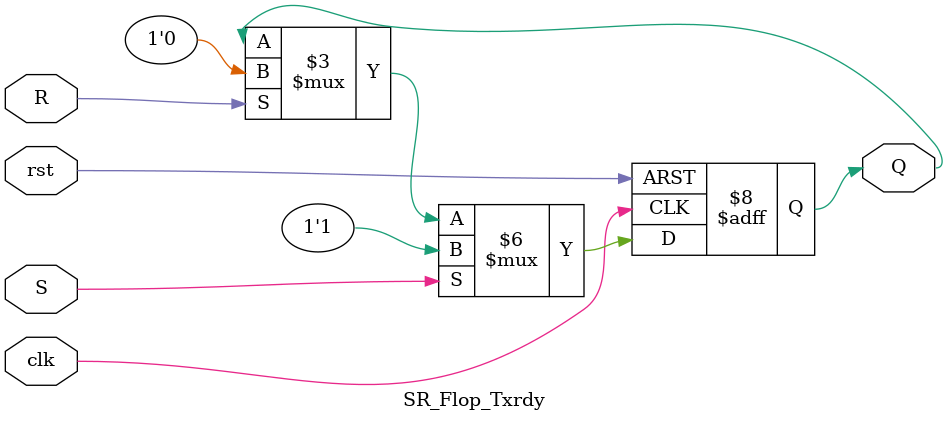
<source format=v>
`timescale 1ns / 1ps
module SR_Flop_Txrdy(clk, rst, S, R, Q);

     input     clk, rst;
     input     S, R;
     
     output    Q;
     
     reg       Q;
     
     always @(posedge clk, posedge rst)
          if(rst)
               Q <= 1'b1;
          else if(S)
               Q <= 1'b1;
          else if(R)
               Q <= 1'b0;
          else
               Q <= Q;

endmodule

</source>
